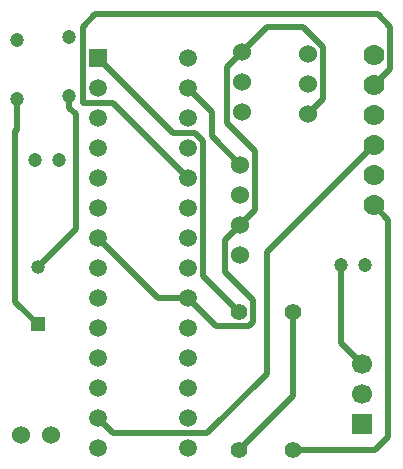
<source format=gbr>
G04*
G04 #@! TF.GenerationSoftware,Altium Limited,Altium Designer,22.4.2 (48)*
G04*
G04 Layer_Physical_Order=1*
G04 Layer_Color=255*
%FSLAX25Y25*%
%MOIN*%
G70*
G04*
G04 #@! TF.SameCoordinates,58CDF047-041F-4824-80A0-4C5186096447*
G04*
G04*
G04 #@! TF.FilePolarity,Positive*
G04*
G01*
G75*
%ADD26C,0.02000*%
%ADD27C,0.04693*%
%ADD28R,0.04693X0.04693*%
%ADD29C,0.06000*%
%ADD30C,0.06693*%
%ADD31R,0.06693X0.06693*%
%ADD32C,0.07000*%
%ADD33C,0.05512*%
%ADD34C,0.05906*%
%ADD35R,0.05906X0.05906*%
%ADD36C,0.04724*%
D26*
X186000Y421000D02*
X191000Y426000D01*
X186000Y410300D02*
Y421000D01*
Y410300D02*
X195300Y401000D01*
Y393500D02*
Y401000D01*
X194000Y392200D02*
X195300Y393500D01*
X182800Y392200D02*
X194000D01*
X173500Y401500D02*
X182800Y392200D01*
X224500Y386500D02*
Y412500D01*
Y386500D02*
X231500Y379500D01*
X199800Y416800D02*
X235500Y452500D01*
X199800Y376300D02*
Y416800D01*
X180000Y356500D02*
X199800Y376300D01*
X148500Y356500D02*
X180000D01*
X143500Y361500D02*
X148500Y356500D01*
X235500Y472500D02*
X241000Y478000D01*
Y492000D01*
X236800Y496200D02*
X241000Y492000D01*
X142700Y496200D02*
X236800D01*
X138500Y492000D02*
X142700Y496200D01*
X138500Y466600D02*
Y492000D01*
Y466600D02*
X138600Y466500D01*
X148500D01*
X173500Y441500D01*
X116500Y457500D02*
Y467815D01*
X116100Y457100D02*
X116500Y457500D01*
X116100Y400187D02*
Y457100D01*
Y400187D02*
X123500Y392787D01*
Y412000D02*
X136200Y424700D01*
Y462847D01*
X134000Y465047D02*
X136200Y462847D01*
X134000Y465047D02*
Y468815D01*
X163500Y401500D02*
X173500D01*
X143500Y421500D02*
X163500Y401500D01*
X213500Y463000D02*
X218500Y468000D01*
Y485300D01*
X212000Y491800D02*
X218500Y485300D01*
X199800Y491800D02*
X212000D01*
X191500Y483500D02*
X199800Y491800D01*
X173500Y471500D02*
X181500Y463500D01*
Y455500D02*
Y463500D01*
Y455500D02*
X191000Y446000D01*
X208500Y369067D02*
Y397000D01*
X190500Y351067D02*
X208500Y369067D01*
X178453Y409047D02*
X190500Y397000D01*
X178453Y409047D02*
Y454000D01*
X176000Y456453D02*
X178453Y454000D01*
X168547Y456453D02*
X176000D01*
X143500Y481500D02*
X168547Y456453D01*
X235500Y432500D02*
X240300Y427700D01*
Y355367D02*
Y427700D01*
X236000Y351067D02*
X240300Y355367D01*
X208500Y351067D02*
X236000D01*
X191000Y426000D02*
X196000Y431000D01*
Y450500D01*
X186500Y460000D02*
X196000Y450500D01*
X186500Y460000D02*
Y478500D01*
X191500Y483500D01*
D27*
X123500Y412000D02*
D03*
D28*
Y392787D02*
D03*
D29*
X191000Y436000D02*
D03*
Y446000D02*
D03*
Y426000D02*
D03*
Y416000D02*
D03*
X128000Y356000D02*
D03*
X118000D02*
D03*
X191500Y463500D02*
D03*
Y473500D02*
D03*
Y483500D02*
D03*
X213500Y483000D02*
D03*
Y473000D02*
D03*
Y463000D02*
D03*
D30*
X231500Y379500D02*
D03*
Y369500D02*
D03*
D31*
Y359500D02*
D03*
D32*
X235500Y482500D02*
D03*
Y432500D02*
D03*
Y472500D02*
D03*
Y462500D02*
D03*
Y442500D02*
D03*
Y452500D02*
D03*
D33*
X190500Y397000D02*
D03*
Y351067D02*
D03*
X208500Y397000D02*
D03*
Y351067D02*
D03*
D34*
X173500Y351500D02*
D03*
Y361500D02*
D03*
Y371500D02*
D03*
Y381500D02*
D03*
Y391500D02*
D03*
Y401500D02*
D03*
Y411500D02*
D03*
Y421500D02*
D03*
Y431500D02*
D03*
Y441500D02*
D03*
Y451500D02*
D03*
Y461500D02*
D03*
Y471500D02*
D03*
Y481500D02*
D03*
X143500Y351500D02*
D03*
Y361500D02*
D03*
Y371500D02*
D03*
Y381500D02*
D03*
Y391500D02*
D03*
Y401500D02*
D03*
Y411500D02*
D03*
Y421500D02*
D03*
Y431500D02*
D03*
Y441500D02*
D03*
Y451500D02*
D03*
Y461500D02*
D03*
Y471500D02*
D03*
D35*
Y481500D02*
D03*
D36*
X134000Y468815D02*
D03*
Y488500D02*
D03*
X116500Y467815D02*
D03*
Y487500D02*
D03*
X224500Y412500D02*
D03*
X232500D02*
D03*
X122500Y447500D02*
D03*
X130500D02*
D03*
M02*

</source>
